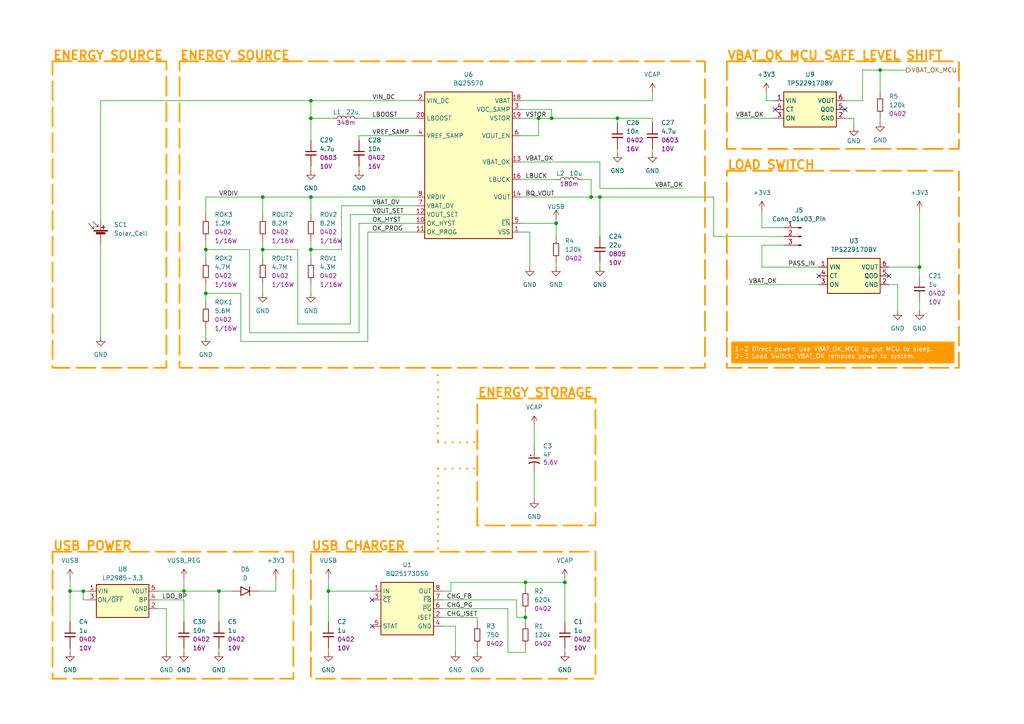
<source format=kicad_sch>
(kicad_sch (version 20250114) (generator "eeschema") (generator_version "9.0")
  (paper "A4")
  (lib_symbols
    (symbol "Device:Solar_Cell" (pin_numbers (hide yes)) (pin_names (offset 0) (hide yes))
      (property "Reference" "SC" (at 2.54 2.54 0))
      (property "Value" "Solar_Cell" (at 2.54 0 0))
      (symbol "Solar_Cell_0_1"
        (polyline (pts (xy -2.032 3.048) (xy -2.032 2.286) (xy -2.794 2.286)))
        (polyline (pts (xy -2.032 2.286) (xy -3.556 3.81)))
        (rectangle (start -2.032 1.778) (end 2.032 1.524) (fill (type outline)))
        (rectangle (start -1.3208 1.1938) (end 1.27 0.6858) (fill (type outline)))
        (polyline (pts (xy -0.762 3.556) (xy -0.762 2.794) (xy -1.524 2.794)))
        (polyline (pts (xy -0.762 2.794) (xy -2.286 4.318)))
        (polyline (pts (xy 0 1.778) (xy 0 2.54)))
        (polyline (pts (xy 0 0.762) (xy 0 0)))
        (polyline (pts (xy 0.254 2.667) (xy 1.27 2.667)) (stroke (width 0.254)))
        (polyline (pts (xy 0.762 3.175) (xy 0.762 2.159)) (stroke (width 0.254)))
      )
      (symbol "Solar_Cell_1_1"
        (pin passive line (at 0 5.08 270) (length 2.54) (name "+") (number "1"))
        (pin passive line (at 0 -2.54 90) (length 2.54) (name "-") (number "2"))
      )
    )
    (symbol "batteryless:BQ25173DSG"
      (property "Reference" "U" (at -6.35 8.89 0))
      (property "Value" "BQ25173DSG" (at 6.35 8.89 0))
      (symbol "BQ25173DSG_1_1"
        (rectangle (start -7.62 7.62) (end 7.62 -7.62) (stroke (width 0.254)) (fill (type background)))
        (pin power_in line (at -10.16 5.08 0) (length 2.54) (name "IN") (number "1"))
        (pin input line (at -10.16 2.54 0) (length 2.54) (name "~{CE}") (number "3"))
        (pin open_collector line (at -10.16 -5.08 0) (length 2.54) (name "STAT") (number "5"))
        (pin power_out line (at 10.16 5.08 180) (length 2.54) (name "OUT") (number "8"))
        (pin input line (at 10.16 2.54 180) (length 2.54) (name "~{FB}") (number "7"))
        (pin open_collector line (at 10.16 0 180) (length 2.54) (name "~{PG}") (number "6"))
        (pin input line (at 10.16 -2.54 180) (length 2.54) (name "ISET") (number "2"))
        (pin power_in line (at 10.16 -5.08 180) (length 2.54) (name "GND") (number "4"))
        (pin passive line (at 10.16 -5.08 180) (length 2.54) (hide yes) (name "GND") (number "9"))
      )
    )
    (symbol "batteryless:BQ25570"
      (property "Reference" "U" (at -12.7 16.51 0))
      (property "Value" "BQ25570" (at 10.16 16.51 0))
      (symbol "BQ25570_0_1"
        (rectangle (start -12.7 15.24) (end 12.7 -27.305) (stroke (width 0.254)) (fill (type background)))
      )
      (symbol "BQ25570_1_1"
        (pin power_in line (at -15.24 12.7 0) (length 2.54) (name "VIN_DC") (number "2"))
        (pin passive line (at -15.24 7.62 0) (length 2.54) (name "LBOOST") (number "20"))
        (pin passive line (at -15.24 2.54 0) (length 2.54) (name "VREF_SAMP") (number "4"))
        (pin output line (at -15.24 -15.24 0) (length 2.54) (name "VRDIV") (number "8"))
        (pin input line (at -15.24 -17.78 0) (length 2.54) (name "VBAT_OV") (number "7"))
        (pin input line (at -15.24 -20.32 0) (length 2.54) (name "VOUT_SET") (number "12"))
        (pin input line (at -15.24 -22.86 0) (length 2.54) (name "OK_HYST") (number "10"))
        (pin input line (at -15.24 -25.4 0) (length 2.54) (name "OK_PROG") (number "11"))
        (pin power_in line (at 15.24 12.7 180) (length 2.54) (name "VBAT") (number "18"))
        (pin input line (at 15.24 10.16 180) (length 2.54) (name "VOC_SAMP") (number "3"))
        (pin power_out line (at 15.24 7.62 180) (length 2.54) (name "VSTOR") (number "19"))
        (pin input line (at 15.24 2.54 180) (length 2.54) (name "VOUT_EN") (number "6"))
        (pin output line (at 15.24 -5.08 180) (length 2.54) (name "VBAT_OK") (number "13"))
        (pin passive line (at 15.24 -10.16 180) (length 2.54) (name "LBUCK") (number "16"))
        (pin input line (at 15.24 -15.24 180) (length 2.54) (name "VOUT") (number "14"))
        (pin input line (at 15.24 -22.86 180) (length 2.54) (name "~{EN}") (number "5"))
        (pin power_in line (at 15.24 -25.4 180) (length 2.54) (name "VSS") (number "1"))
        (pin passive line (at 15.24 -25.4 180) (length 2.54) (hide yes) (name "VSS") (number "15"))
        (pin passive line (at 15.24 -25.4 180) (length 2.54) (hide yes) (name "VSS") (number "17"))
        (pin passive line (at 15.24 -25.4 180) (length 2.54) (hide yes) (name "VSS") (number "21"))
        (pin passive line (at 15.24 -25.4 180) (length 2.54) (hide yes) (name "VSS") (number "9"))
      )
    )
    (symbol "batteryless:C" (pin_numbers (hide yes))
      (property "Reference" "C" (at 2.54 -1.27 0))
      (property "Value" "C" (at 2.54 -3.048 0))
      (property "Package" "PKG" (at 2.54 -4.826 0))
      (property "Voltage Rating" "V" (at 2.54 -6.604 0))
      (symbol "C_0_1"
        (polyline (pts (xy -1.524 -3.302) (xy 1.524 -3.302)) (stroke (width 0.3048)))
        (polyline (pts (xy -1.524 -4.318) (xy 1.524 -4.318)) (stroke (width 0.3302)))
      )
      (symbol "C_1_1"
        (pin passive line (at 0 0 270) (length 3.175) (name "~") (number "1"))
        (pin passive line (at 0 -7.62 90) (length 3.175) (name "~") (number "2"))
      )
    )
    (symbol "batteryless:C_polarised" (pin_numbers (hide yes))
      (property "Reference" "C" (at 2.54 -1.27 0))
      (property "Value" "C" (at 2.54 -3.048 0))
      (property "Package" "PKG" (at 2.54 -4.826 0))
      (property "Voltage Rating" "V" (at 2.54 -6.604 0))
      (symbol "C_polarised_0_1"
        (polyline (pts (xy -1.524 -3.302) (xy 1.524 -3.302)) (stroke (width 0.3048)))
        (polyline (pts (xy -1.27 -2.54) (xy -0.762 -2.54)))
        (polyline (pts (xy -1.016 -2.794) (xy -1.016 -2.286)))
        (arc (start -1.524 -4.826) (mid 0 -4.4374) (end 1.524 -4.826) (stroke (width 0.3048)))
      )
      (symbol "C_polarised_1_1"
        (pin passive line (at 0 0 270) (length 3.175) (name "~") (number "1"))
        (pin passive line (at 0 -7.62 90) (length 3.175) (name "~") (number "2"))
      )
    )
    (symbol "batteryless:Conn_01x03_Pin" (pin_names (offset 1.016) (hide yes))
      (property "Reference" "J" (at 0 5.08 0))
      (property "Value" "Conn_01x03_Pin" (at 0 -5.08 0))
      (symbol "Conn_01x03_Pin_1_1"
        (rectangle (start 0.8636 2.667) (end 0 2.413) (stroke (width 0.1524)) (fill (type outline)))
        (rectangle (start 0.8636 0.127) (end 0 -0.127) (stroke (width 0.1524)) (fill (type outline)))
        (rectangle (start 0.8636 -2.413) (end 0 -2.667) (stroke (width 0.1524)) (fill (type outline)))
        (polyline (pts (xy 1.27 2.54) (xy 0.8636 2.54)) (stroke (width 0.1524)))
        (polyline (pts (xy 1.27 0) (xy 0.8636 0)) (stroke (width 0.1524)))
        (polyline (pts (xy 1.27 -2.54) (xy 0.8636 -2.54)) (stroke (width 0.1524)))
        (pin passive line (at 5.08 2.54 180) (length 3.81) (name "Pin_1") (number "1"))
        (pin passive line (at 5.08 0 180) (length 3.81) (name "Pin_2") (number "2"))
        (pin passive line (at 5.08 -2.54 180) (length 3.81) (name "Pin_3") (number "3"))
      )
    )
    (symbol "batteryless:D" (pin_numbers (hide yes)) (pin_names (offset 1.016) (hide yes))
      (property "Reference" "D" (at 0 2.54 0))
      (property "Value" "D" (at 0 -2.54 0))
      (symbol "D_0_1"
        (polyline (pts (xy -1.27 1.27) (xy -1.27 -1.27)) (stroke (width 0.254)))
        (polyline (pts (xy 1.27 1.27) (xy 1.27 -1.27) (xy -1.27 0) (xy 1.27 1.27)) (stroke (width 0.254)))
      )
      (symbol "D_1_1"
        (pin passive line (at -3.81 0 0) (length 2.54) (name "K") (number "1"))
        (pin passive line (at 3.81 0 180) (length 2.54) (name "A") (number "2"))
      )
    )
    (symbol "batteryless:L" (pin_numbers (hide yes)) (pin_names (offset 1.016) (hide yes))
      (property "Reference" "L" (at -3.81 2.032 0))
      (property "Value" "L" (at 3.556 2.032 0))
      (property "ESR" "mR" (at 0 -1.27 0))
      (symbol "L_0_1"
        (arc (start -2.54 0) (mid -1.905 0.6323) (end -1.27 0))
        (arc (start -1.27 0) (mid -0.635 0.6323) (end 0 0))
        (arc (start 0 0) (mid 0.635 0.6323) (end 1.27 0))
        (arc (start 1.27 0) (mid 1.905 0.6323) (end 2.54 0))
      )
      (symbol "L_1_1"
        (pin passive line (at -3.81 0 0) (length 1.27) (name "1") (number "1"))
        (pin passive line (at 3.81 0 180) (length 1.27) (name "2") (number "2"))
      )
    )
    (symbol "batteryless:LP2985-3.3" (pin_names (offset 0.254))
      (property "Reference" "U" (at -6.35 5.715 0))
      (property "Value" "LP2985-3.3" (at 0 5.715 0))
      (symbol "LP2985-3.3_0_1"
        (rectangle (start -7.62 -5.08) (end 7.62 4.445) (stroke (width 0.254)) (fill (type background)))
      )
      (symbol "LP2985-3.3_1_1"
        (pin power_in line (at -10.16 2.54 0) (length 2.54) (name "VIN") (number "1"))
        (pin input line (at -10.16 0 0) (length 2.54) (name "ON/~{OFF}") (number "3"))
        (pin power_out line (at 10.16 2.54 180) (length 2.54) (name "VOUT") (number "5"))
        (pin input line (at 10.16 0 180) (length 2.54) (name "BP") (number "4"))
        (pin power_in line (at 10.16 -2.54 180) (length 2.54) (name "GND") (number "2"))
      )
    )
    (symbol "batteryless:R" (pin_numbers (hide yes))
      (property "Reference" "R" (at 2.54 -1.27 0))
      (property "Value" "R" (at 2.54 -3.048 0))
      (property "Package" "PKG" (at 2.54 -4.826 0))
      (property "Power" "W" (at 2.54 -6.604 0))
      (symbol "R_0_1"
        (rectangle (start -0.762 -2.032) (end 0.762 -5.588) (stroke (width 0.2032)))
      )
      (symbol "R_1_1"
        (pin passive line (at 0 0 270) (length 1.905) (name "~") (number "1"))
        (pin passive line (at 0 -7.62 90) (length 1.905) (name "~") (number "2"))
      )
    )
    (symbol "batteryless:TPS22917DBV"
      (property "Reference" "U" (at -6.35 6.35 0))
      (property "Value" "TPS22917DBV" (at 2.54 6.35 0))
      (symbol "TPS22917DBV_0_1"
        (rectangle (start -7.62 5.08) (end 7.62 -5.08) (stroke (width 0.254)) (fill (type background)))
      )
      (symbol "TPS22917DBV_1_1"
        (pin power_in line (at -10.16 2.54 0) (length 2.54) (name "VIN") (number "1"))
        (pin output line (at -10.16 0 0) (length 2.54) (name "CT") (number "4"))
        (pin input line (at -10.16 -2.54 0) (length 2.54) (name "ON") (number "3"))
        (pin power_out line (at 10.16 2.54 180) (length 2.54) (name "VOUT") (number "6"))
        (pin open_collector line (at 10.16 0 180) (length 2.54) (name "QOD") (number "5"))
        (pin power_in line (at 10.16 -2.54 180) (length 2.54) (name "GND") (number "2"))
      )
    )
    (symbol "bpower:+3V3" (power) (pin_numbers (hide yes)) (pin_names (offset 0) (hide yes))
      (property "Value" "+3V3" (at 0 3.556 0))
      (symbol "+3V3_0_1"
        (polyline (pts (xy -0.762 1.27) (xy 0 2.54)))
        (polyline (pts (xy 0 2.54) (xy 0.762 1.27)))
        (polyline (pts (xy 0 0) (xy 0 2.54)))
      )
      (symbol "+3V3_1_1"
        (pin power_in line (at 0 0 90) (length 0) (name "~") (number "1"))
      )
    )
    (symbol "bpower:GND" (power) (pin_numbers (hide yes)) (pin_names (offset 0) (hide yes))
      (property "Value" "GND" (at 0 -3.81 0))
      (symbol "GND_0_1"
        (polyline (pts (xy 0 0) (xy 0 -1.27) (xy 1.27 -1.27) (xy 0 -2.54) (xy -1.27 -1.27) (xy 0 -1.27)))
      )
      (symbol "GND_1_1"
        (pin power_in line (at 0 0 270) (length 0) (name "~") (number "1"))
      )
    )
    (symbol "bpower:VCAP" (power) (pin_numbers (hide yes)) (pin_names (offset 0) (hide yes))
      (property "Value" "VCAP" (at 0 3.556 0))
      (symbol "VCAP_0_1"
        (polyline (pts (xy -0.762 1.27) (xy 0 2.54)))
        (polyline (pts (xy 0 2.54) (xy 0.762 1.27)))
        (polyline (pts (xy 0 0) (xy 0 2.54)))
      )
      (symbol "VCAP_1_1"
        (pin power_in line (at 0 0 90) (length 0) (name "~") (number "1"))
      )
    )
    (symbol "bpower:VUSB" (power) (pin_numbers (hide yes)) (pin_names (offset 0) (hide yes))
      (property "Value" "VUSB" (at 0 3.556 0))
      (symbol "VUSB_0_1"
        (polyline (pts (xy -0.762 1.27) (xy 0 2.54)))
        (polyline (pts (xy 0 2.54) (xy 0.762 1.27)))
        (polyline (pts (xy 0 0) (xy 0 2.54)))
      )
      (symbol "VUSB_1_1"
        (pin power_in line (at 0 0 90) (length 0) (name "~") (number "1"))
      )
    )
    (symbol "bpower:VUSB_REG" (power) (pin_numbers (hide yes)) (pin_names (offset 0) (hide yes))
      (property "Value" "VUSB_REG" (at 0 3.556 0))
      (symbol "VUSB_REG_0_1"
        (polyline (pts (xy -0.762 1.27) (xy 0 2.54)))
        (polyline (pts (xy 0 2.54) (xy 0.762 1.27)))
        (polyline (pts (xy 0 0) (xy 0 2.54)))
      )
      (symbol "VUSB_REG_1_1"
        (pin power_in line (at 0 0 90) (length 0) (name "~") (number "1"))
      )
    )
  )
  (rectangle (start 210.82 17.78) (end 278.13 43.18) (stroke (width 0.5) (type dash) (color 255 153 0 1)))
  (rectangle (start 52.07 17.78) (end 204.47 106.68) (stroke (width 0.5) (type dash) (color 255 153 0 1)))
  (rectangle (start 138.43 115.57) (end 172.72 152.4) (stroke (width 0.5) (type dash) (color 255 153 0 1)))
  (rectangle (start 210.82 49.53) (end 278.13 106.68) (stroke (width 0.5) (type dash) (color 255 153 0 1)))
  (rectangle (start 15.24 17.78) (end 48.26 106.68) (stroke (width 0.5) (type dash) (color 255 153 0 1)))
  (rectangle (start 15.24 160.02) (end 85.09 196.85) (stroke (width 0.5) (type dash) (color 255 153 0 1)))
  (rectangle (start 90.17 160.02) (end 172.72 196.85) (stroke (width 0.5) (type dash) (color 255 153 0 1)))
  (text "USB CHARGER" (at 90.17 160.02 0) (effects (font (size 2.54 2.54) (thickness 0.508) (bold yes)) (justify left bottom)))
  (text "LOAD SWITCH" (at 210.82 49.53 0) (effects (font (size 2.54 2.54) (thickness 0.508) (bold yes)) (justify left bottom)))
  (text "ENERGY STORAGE" (at 138.43 115.57 0) (effects (font (size 2.54 2.54) (thickness 0.508) (bold yes)) (justify left bottom)))
  (text "VBAT_OK MCU SAFE LEVEL SHIFT" (at 210.82 17.78 0) (effects (font (size 2.54 2.54) (thickness 0.508) (bold yes)) (justify left bottom)))
  (text "ENERGY SOURCE" (at 15.24 17.78 0) (effects (font (size 2.54 2.54) (thickness 0.508) (bold yes)) (justify left bottom)))
  (text "ENERGY SOURCE" (at 52.07 17.78 0) (effects (font (size 2.54 2.54) (thickness 0.508) (bold yes)) (justify left bottom)))
  (text "USB POWER" (at 15.24 160.02 0) (effects (font (size 2.54 2.54) (thickness 0.508) (bold yes)) (justify left bottom)))
  (text_box "1-2 Direct power: Use VBAT_OK_MCU to put MCU to sleep.\n2-3 Load Switch: VBAT_OK removes power to system." (at 212.09 99.06 0) (size 64.77 6.35) (margins 0.9525 0.9525 0.9525 0.9525) (stroke (width -0.0001)) (fill (type color) (color 255 153 0 1)) (effects (font (size 1.27 1.27)) (justify left)))
  (junction (at 53.34 171.45))
  (junction (at 90.17 34.29))
  (junction (at 59.69 72.39))
  (junction (at 63.5 171.45))
  (junction (at 161.29 64.77))
  (junction (at 152.4 168.91))
  (junction (at 24.13 171.45))
  (junction (at 95.25 171.45))
  (junction (at 20.32 171.45))
  (junction (at 90.17 72.39))
  (junction (at 171.45 57.15))
  (junction (at 76.2 72.39))
  (junction (at 255.27 20.32))
  (junction (at 173.99 57.15))
  (junction (at 76.2 57.15))
  (junction (at 59.69 85.09))
  (junction (at 156.21 34.29))
  (junction (at 266.7 77.47))
  (junction (at 163.83 168.91))
  (junction (at 160.02 34.29))
  (junction (at 152.4 179.07))
  (junction (at 179.07 34.29))
  (junction (at 90.17 57.15))
  (junction (at 90.17 29.21))
  (no_connect (at 107.95 173.99))
  (no_connect (at 224.79 31.75))
  (no_connect (at 257.81 80.01))
  (no_connect (at 107.95 181.61))
  (no_connect (at 237.49 80.01))
  (no_connect (at 245.11 31.75))
  (wire (pts (xy 90.17 69.85) (xy 90.17 72.39)))
  (wire (pts (xy 90.17 48.26) (xy 90.17 49.53)))
  (wire (pts (xy 120.65 62.23) (xy 101.6 62.23)))
  (wire (pts (xy 53.34 173.99) (xy 53.34 180.34)))
  (wire (pts (xy 130.81 171.45) (xy 130.81 168.91)))
  (wire (pts (xy 220.98 71.12) (xy 220.98 77.47)))
  (wire (pts (xy 149.86 173.99) (xy 149.86 179.07)))
  (wire (pts (xy 227.33 66.04) (xy 220.98 66.04)))
  (wire (pts (xy 220.98 77.47) (xy 237.49 77.47)))
  (wire (pts (xy 76.2 69.85) (xy 76.2 72.39)))
  (wire (pts (xy 90.17 82.55) (xy 90.17 85.09)))
  (wire (pts (xy 156.21 34.29) (xy 160.02 34.29)))
  (wire (pts (xy 63.5 187.96) (xy 63.5 189.23)))
  (wire (pts (xy 29.21 63.5) (xy 29.21 29.21)))
  (wire (pts (xy 153.67 67.31) (xy 153.67 77.47)))
  (polyline (pts (xy 127 135.89) (xy 138.43 135.89)) (stroke (width 0.5) (type dot) (color 255 153 0 1)))
  (wire (pts (xy 227.33 68.58) (xy 207.01 68.58)))
  (wire (pts (xy 53.34 187.96) (xy 53.34 189.23)))
  (wire (pts (xy 59.69 57.15) (xy 76.2 57.15)))
  (wire (pts (xy 76.2 57.15) (xy 76.2 62.23)))
  (wire (pts (xy 90.17 29.21) (xy 120.65 29.21)))
  (wire (pts (xy 90.17 57.15) (xy 90.17 62.23)))
  (wire (pts (xy 45.72 176.53) (xy 48.26 176.53)))
  (wire (pts (xy 179.07 34.29) (xy 179.07 35.56)))
  (wire (pts (xy 29.21 97.79) (xy 29.21 71.12)))
  (wire (pts (xy 53.34 167.64) (xy 53.34 171.45)))
  (wire (pts (xy 255.27 20.32) (xy 262.89 20.32)))
  (wire (pts (xy 72.39 96.52) (xy 104.14 96.52)))
  (wire (pts (xy 104.14 39.37) (xy 120.65 39.37)))
  (wire (pts (xy 189.23 34.29) (xy 189.23 35.56)))
  (wire (pts (xy 95.25 187.96) (xy 95.25 189.23)))
  (wire (pts (xy 95.25 171.45) (xy 95.25 180.34)))
  (wire (pts (xy 20.32 167.64) (xy 20.32 171.45)))
  (wire (pts (xy 72.39 72.39) (xy 72.39 96.52)))
  (wire (pts (xy 106.68 99.06) (xy 69.85 99.06)))
  (wire (pts (xy 53.34 171.45) (xy 63.5 171.45)))
  (wire (pts (xy 59.69 85.09) (xy 59.69 87.63)))
  (wire (pts (xy 76.2 72.39) (xy 76.2 74.93)))
  (wire (pts (xy 161.29 76.2) (xy 161.29 77.47)))
  (wire (pts (xy 189.23 43.18) (xy 189.23 44.45)))
  (wire (pts (xy 179.07 43.18) (xy 179.07 44.45)))
  (wire (pts (xy 179.07 34.29) (xy 189.23 34.29)))
  (wire (pts (xy 151.13 29.21) (xy 189.23 29.21)))
  (wire (pts (xy 161.29 64.77) (xy 161.29 68.58)))
  (wire (pts (xy 90.17 34.29) (xy 90.17 29.21)))
  (wire (pts (xy 96.52 34.29) (xy 90.17 34.29)))
  (wire (pts (xy 250.19 29.21) (xy 245.11 29.21)))
  (wire (pts (xy 20.32 187.96) (xy 20.32 189.23)))
  (wire (pts (xy 260.35 82.55) (xy 260.35 90.17)))
  (wire (pts (xy 163.83 187.96) (xy 163.83 189.23)))
  (wire (pts (xy 266.7 77.47) (xy 266.7 80.01)))
  (wire (pts (xy 25.4 173.99) (xy 24.13 173.99)))
  (wire (pts (xy 104.14 64.77) (xy 120.65 64.77)))
  (wire (pts (xy 59.69 72.39) (xy 72.39 72.39)))
  (wire (pts (xy 138.43 179.07) (xy 128.27 179.07)))
  (wire (pts (xy 151.13 46.99) (xy 173.99 46.99)))
  (wire (pts (xy 255.27 34.29) (xy 255.27 35.56)))
  (wire (pts (xy 151.13 39.37) (xy 156.21 39.37)))
  (wire (pts (xy 104.14 34.29) (xy 120.65 34.29)))
  (wire (pts (xy 45.72 171.45) (xy 53.34 171.45)))
  (wire (pts (xy 132.08 181.61) (xy 132.08 189.23)))
  (wire (pts (xy 63.5 171.45) (xy 67.31 171.45)))
  (wire (pts (xy 90.17 57.15) (xy 120.65 57.15)))
  (wire (pts (xy 266.7 60.96) (xy 266.7 77.47)))
  (wire (pts (xy 149.86 179.07) (xy 152.4 179.07)))
  (wire (pts (xy 69.85 99.06) (xy 69.85 85.09)))
  (wire (pts (xy 20.32 171.45) (xy 24.13 171.45)))
  (wire (pts (xy 24.13 173.99) (xy 24.13 171.45)))
  (wire (pts (xy 48.26 176.53) (xy 48.26 189.23)))
  (wire (pts (xy 128.27 176.53) (xy 147.32 176.53)))
  (wire (pts (xy 128.27 173.99) (xy 149.86 173.99)))
  (wire (pts (xy 120.65 59.69) (xy 99.06 59.69)))
  (wire (pts (xy 152.4 189.23) (xy 152.4 187.96)))
  (wire (pts (xy 74.93 171.45) (xy 80.01 171.45)))
  (wire (pts (xy 59.69 57.15) (xy 59.69 62.23)))
  (wire (pts (xy 207.01 68.58) (xy 207.01 57.15)))
  (wire (pts (xy 217.17 82.55) (xy 237.49 82.55)))
  (wire (pts (xy 63.5 171.45) (xy 63.5 180.34)))
  (wire (pts (xy 106.68 67.31) (xy 106.68 99.06)))
  (wire (pts (xy 128.27 181.61) (xy 132.08 181.61)))
  (wire (pts (xy 156.21 39.37) (xy 156.21 34.29)))
  (wire (pts (xy 151.13 57.15) (xy 171.45 57.15)))
  (wire (pts (xy 222.25 26.67) (xy 222.25 29.21)))
  (wire (pts (xy 59.69 72.39) (xy 59.69 74.93)))
  (wire (pts (xy 160.02 31.75) (xy 160.02 34.29)))
  (wire (pts (xy 257.81 82.55) (xy 260.35 82.55)))
  (wire (pts (xy 152.4 179.07) (xy 152.4 180.34)))
  (wire (pts (xy 151.13 52.07) (xy 161.29 52.07)))
  (wire (pts (xy 128.27 171.45) (xy 130.81 171.45)))
  (wire (pts (xy 130.81 168.91) (xy 152.4 168.91)))
  (wire (pts (xy 152.4 177.8) (xy 152.4 179.07)))
  (wire (pts (xy 95.25 171.45) (xy 107.95 171.45)))
  (wire (pts (xy 257.81 77.47) (xy 266.7 77.47)))
  (wire (pts (xy 154.94 137.16) (xy 154.94 144.78)))
  (wire (pts (xy 53.34 173.99) (xy 45.72 173.99)))
  (wire (pts (xy 147.32 176.53) (xy 147.32 189.23)))
  (wire (pts (xy 59.69 82.55) (xy 59.69 85.09)))
  (wire (pts (xy 147.32 189.23) (xy 152.4 189.23)))
  (wire (pts (xy 86.36 93.98) (xy 86.36 72.39)))
  (wire (pts (xy 138.43 187.96) (xy 138.43 189.23)))
  (wire (pts (xy 213.36 34.29) (xy 224.79 34.29)))
  (wire (pts (xy 161.29 63.5) (xy 161.29 64.77)))
  (polyline (pts (xy 127 128.27) (xy 138.43 128.27)) (stroke (width 0.5) (type dot) (color 255 153 0 1)))
  (wire (pts (xy 151.13 67.31) (xy 153.67 67.31)))
  (wire (pts (xy 173.99 57.15) (xy 173.99 68.58)))
  (wire (pts (xy 255.27 20.32) (xy 255.27 26.67)))
  (wire (pts (xy 25.4 171.45) (xy 24.13 171.45)))
  (wire (pts (xy 29.21 29.21) (xy 90.17 29.21)))
  (wire (pts (xy 99.06 72.39) (xy 90.17 72.39)))
  (wire (pts (xy 189.23 26.67) (xy 189.23 29.21)))
  (wire (pts (xy 86.36 72.39) (xy 76.2 72.39)))
  (wire (pts (xy 173.99 46.99) (xy 173.99 54.61)))
  (wire (pts (xy 101.6 93.98) (xy 86.36 93.98)))
  (wire (pts (xy 220.98 71.12) (xy 227.33 71.12)))
  (wire (pts (xy 151.13 34.29) (xy 156.21 34.29)))
  (wire (pts (xy 101.6 62.23) (xy 101.6 93.98)))
  (wire (pts (xy 266.7 87.63) (xy 266.7 90.17)))
  (wire (pts (xy 59.69 95.25) (xy 59.69 97.79)))
  (wire (pts (xy 171.45 57.15) (xy 173.99 57.15)))
  (wire (pts (xy 76.2 82.55) (xy 76.2 85.09)))
  (wire (pts (xy 120.65 67.31) (xy 106.68 67.31)))
  (wire (pts (xy 171.45 52.07) (xy 171.45 57.15)))
  (wire (pts (xy 160.02 34.29) (xy 179.07 34.29)))
  (wire (pts (xy 154.94 123.19) (xy 154.94 129.54)))
  (wire (pts (xy 76.2 57.15) (xy 90.17 57.15)))
  (wire (pts (xy 104.14 96.52) (xy 104.14 64.77)))
  (wire (pts (xy 163.83 168.91) (xy 163.83 180.34)))
  (wire (pts (xy 138.43 180.34) (xy 138.43 179.07)))
  (wire (pts (xy 163.83 167.64) (xy 163.83 168.91)))
  (wire (pts (xy 151.13 31.75) (xy 160.02 31.75)))
  (wire (pts (xy 173.99 76.2) (xy 173.99 77.47)))
  (wire (pts (xy 152.4 170.18) (xy 152.4 168.91)))
  (wire (pts (xy 104.14 40.64) (xy 104.14 39.37)))
  (wire (pts (xy 220.98 60.96) (xy 220.98 66.04)))
  (wire (pts (xy 90.17 72.39) (xy 90.17 74.93)))
  (wire (pts (xy 163.83 168.91) (xy 152.4 168.91)))
  (polyline (pts (xy 127 106.68) (xy 127 128.27)) (stroke (width 0.5) (type dot) (color 255 153 0 1)))
  (wire (pts (xy 69.85 85.09) (xy 59.69 85.09)))
  (wire (pts (xy 20.32 171.45) (xy 20.32 180.34)))
  (wire (pts (xy 90.17 34.29) (xy 90.17 40.64)))
  (wire (pts (xy 247.65 34.29) (xy 247.65 36.83)))
  (wire (pts (xy 171.45 52.07) (xy 168.91 52.07)))
  (polyline (pts (xy 127 135.89) (xy 127 160.02)) (stroke (width 0.5) (type dot) (color 255 153 0 1)))
  (wire (pts (xy 59.69 69.85) (xy 59.69 72.39)))
  (wire (pts (xy 95.25 167.64) (xy 95.25 171.45)))
  (wire (pts (xy 173.99 54.61) (xy 198.12 54.61)))
  (wire (pts (xy 245.11 34.29) (xy 247.65 34.29)))
  (wire (pts (xy 151.13 64.77) (xy 161.29 64.77)))
  (wire (pts (xy 222.25 29.21) (xy 224.79 29.21)))
  (wire (pts (xy 104.14 48.26) (xy 104.14 49.53)))
  (wire (pts (xy 173.99 57.15) (xy 207.01 57.15)))
  (wire (pts (xy 250.19 20.32) (xy 255.27 20.32)))
  (wire (pts (xy 250.19 20.32) (xy 250.19 29.21)))
  (wire (pts (xy 80.01 167.64) (xy 80.01 171.45)))
  (wire (pts (xy 99.06 59.69) (xy 99.06 72.39)))
  (label "LBUCK" (at 152.4 52.07 0))
  (label "VRDIV" (at 63.5 57.15 0))
  (label "VSTOR" (at 152.4 34.29 0))
  (label "VOUT_SET" (at 107.95 62.23 0))
  (label "VBAT_OK" (at 213.36 34.29 0))
  (label "LDO_BP" (at 46.99 173.99 0))
  (label "CHG_FB" (at 129.54 173.99 0))
  (label "VBAT_OK" (at 198.12 54.61 180))
  (label "VIN_DC" (at 107.95 29.21 0))
  (label "LBOOST" (at 107.95 34.29 0))
  (label "VBAT_OK" (at 152.4 46.99 0))
  (label "CHG_PG" (at 129.54 176.53 0))
  (label "VBAT_OK" (at 217.17 82.55 0))
  (label "BQ_VOUT" (at 152.4 57.15 0))
  (label "OK_HYST" (at 107.95 64.77 0))
  (label "PASS_IN" (at 228.6 77.47 0))
  (label "VBAT_OV" (at 107.95 59.69 0))
  (label "CHG_ISET" (at 129.54 179.07 0))
  (label "VREF_SAMP" (at 107.95 39.37 0))
  (label "OK_PROG" (at 107.95 67.31 0))
  (hierarchical_label "VBAT_OK_MCU" (shape output) (at 262.89 20.32 0))
  (symbol (lib_id "batteryless:C") (at 95.25 180.34 0) (unit 1)
    (property "Reference" "C2" (at 97.79 180.3462 0) (effects (justify left)))
    (property "Value" "1u" (at 97.79 182.8862 0) (effects (justify left)))
    (property "Footprint" "batteryless:C_0402_1005Metric" (effects (hide yes)))
    (property "Package" "0402" (at 97.79 185.4262 0) (effects (justify left)))
    (property "Voltage Rating" "10V" (at 97.79 187.9662 0) (effects (justify left)))
    (property "Part Number" "GRM155Z71A105KE01J" (effects (hide yes)))
  )
  (symbol (lib_id "bpower:+3V3") (at 80.01 167.64 0) (unit 1)
    (property "Reference" "#PWR036" (effects (hide yes)))
    (property "Value" "+3V3" (at 80.01 162.56 0))
    (property "Description" "Power symbol creates a global label with name \"+3V3\"" (effects (hide yes)))
  )
  (symbol (lib_id "bpower:GND") (at 154.94 144.78 0) (unit 1)
    (property "Reference" "#PWR039" (effects (hide yes)))
    (property "Value" "GND" (at 154.94 149.86 0))
    (property "Description" "Power symbol creates a global label with name \"GND\" , ground" (effects (hide yes)))
  )
  (symbol (lib_id "batteryless:Conn_01x03_Pin") (at 232.41 68.58 0) (mirror y) (unit 1)
    (property "Reference" "J5" (at 231.775 60.96 0))
    (property "Value" "Conn_01x03_Pin" (at 231.775 63.5 0))
    (property "Footprint" "batteryless:PinHeader_1x03_P2.54mm_Vertical" (effects (hide yes)))
    (property "Description" "Generic connector, single row, 01x03, script generated" (effects (hide yes)))
  )
  (symbol (lib_id "batteryless:L") (at 100.33 34.29 0) (unit 1)
    (property "Reference" "L1" (at 96.52 32.512 0) (effects (justify left)))
    (property "Value" "22u" (at 104.14 32.512 0) (effects (justify right)))
    (property "Footprint" "batteryless:IND_TAIYO_NRS4018_TAY" (effects (hide yes)))
    (property "Description" "Inductor" (effects (hide yes)))
    (property "ESR" "348m" (at 100.33 35.56 0))
    (property "Part Number" "NRS4018T220MDGJ" (effects (hide yes)))
  )
  (symbol (lib_id "bpower:VUSB") (at 20.32 167.64 0) (unit 1)
    (property "Reference" "#PWR09" (effects (hide yes)))
    (property "Value" "VUSB" (at 20.32 162.56 0))
    (property "Description" "Power symbol creates a global label with name \"VUSB\"" (effects (hide yes)))
  )
  (symbol (lib_id "bpower:GND") (at 20.32 189.23 0) (unit 1)
    (property "Reference" "#PWR011" (effects (hide yes)))
    (property "Value" "GND" (at 20.32 194.31 0))
    (property "Description" "Power symbol creates a global label with name \"GND\" , ground" (effects (hide yes)))
  )
  (symbol (lib_id "bpower:GND") (at 138.43 189.23 0) (unit 1)
    (property "Reference" "#PWR02" (effects (hide yes)))
    (property "Value" "GND" (at 138.43 194.31 0))
    (property "Description" "Power symbol creates a global label with name \"GND\" , ground" (effects (hide yes)))
  )
  (symbol (lib_id "batteryless:R") (at 90.17 62.23 0) (unit 1)
    (property "Reference" "ROV2" (at 92.71 62.2299 0) (effects (justify left)))
    (property "Value" "8.2M" (at 92.71 64.7699 0) (effects (justify left)))
    (property "Footprint" "batteryless:R_0402_1005Metric" (effects (hide yes)))
    (property "Package" "0402" (at 92.71 67.3099 0) (effects (justify left)))
    (property "Power" "1/16W" (at 92.71 69.8499 0) (effects (justify left)))
    (property "Part Number" "RC0402FR-078M2L" (effects (hide yes)))
  )
  (symbol (lib_id "batteryless:R") (at 59.69 74.93 0) (unit 1)
    (property "Reference" "ROK2" (at 62.23 74.9299 0) (effects (justify left)))
    (property "Value" "4.7M" (at 62.23 77.4699 0) (effects (justify left)))
    (property "Footprint" "batteryless:R_0402_1005Metric" (effects (hide yes)))
    (property "Package" "0402" (at 62.23 80.0099 0) (effects (justify left)))
    (property "Power" "1/16W" (at 62.23 82.5499 0) (effects (justify left)))
    (property "Part Number" "RC0402FR-074M7L" (effects (hide yes)))
  )
  (symbol (lib_id "bpower:GND") (at 189.23 44.45 0) (unit 1)
    (property "Reference" "#PWR037" (effects (hide yes)))
    (property "Value" "GND" (at 189.23 49.53 0))
    (property "Description" "Power symbol creates a global label with name \"GND\" , ground" (effects (hide yes)))
  )
  (symbol (lib_id "bpower:GND") (at 63.5 189.23 0) (unit 1)
    (property "Reference" "#PWR033" (effects (hide yes)))
    (property "Value" "GND" (at 63.5 194.31 0))
    (property "Description" "Power symbol creates a global label with name \"GND\" , ground" (effects (hide yes)))
  )
  (symbol (lib_id "batteryless:LP2985-3.3") (at 35.56 173.99 0) (unit 1)
    (property "Reference" "U8" (at 35.56 165.1 0))
    (property "Value" "LP2985-3.3" (at 35.56 167.64 0))
    (property "Footprint" "batteryless:SOT-23-5" (effects (hide yes)))
    (property "Datasheet" "http://www.ti.com/lit/ds/symlink/lp2985.pdf" (effects (hide yes)))
    (property "Description" "150mA 16V Low-noise Low-dropout Regulator With Shutdown, 3.3V output voltage, SOT-23-5" (effects (hide yes)))
    (property "Package" "SOT23-5" (effects (hide yes)))
    (property "Part Number" "LP2985-33DBVR" (effects (hide yes)))
  )
  (symbol (lib_id "bpower:GND") (at 161.29 77.47 0) (unit 1)
    (property "Reference" "#PWR020" (effects (hide yes)))
    (property "Value" "GND" (at 161.29 82.55 0))
    (property "Description" "Power symbol creates a global label with name \"GND\" , ground" (effects (hide yes)))
  )
  (symbol (lib_id "batteryless:R") (at 59.69 62.23 0) (unit 1)
    (property "Reference" "ROK3" (at 62.23 62.2299 0) (effects (justify left)))
    (property "Value" "1.2M" (at 62.23 64.7699 0) (effects (justify left)))
    (property "Footprint" "batteryless:R_0402_1005Metric" (effects (hide yes)))
    (property "Package" "0402" (at 62.23 67.3099 0) (effects (justify left)))
    (property "Power" "1/16W" (at 62.23 69.8499 0) (effects (justify left)))
    (property "Part Number" "RC0402FR-071M2L" (effects (hide yes)))
  )
  (symbol (lib_id "batteryless:C") (at 173.99 68.58 0) (unit 1)
    (property "Reference" "C24" (at 176.53 68.5862 0) (effects (justify left)))
    (property "Value" "22u" (at 176.53 71.1262 0) (effects (justify left)))
    (property "Footprint" "batteryless:C_0805_2012Metric" (effects (hide yes)))
    (property "Package" "0805" (at 176.53 73.6662 0) (effects (justify left)))
    (property "Voltage Rating" "10V" (at 176.53 76.2062 0) (effects (justify left)))
    (property "Part Number" "GRM21BZ71A226ME15L" (effects (hide yes)))
  )
  (symbol (lib_id "Device:Solar_Cell") (at 29.21 68.58 0) (unit 1)
    (property "Reference" "SC1" (at 33.02 65.1509 0) (effects (justify left)))
    (property "Value" "Solar_Cell" (at 33.02 67.6909 0) (effects (justify left)))
    (property "Footprint" "batteryless:KXOB25-05X3F_IXY" (effects (hide yes)))
    (property "Description" "Single solar cell" (effects (hide yes)))
    (property "Part Number" "KXOB25-12X1F-TR" (effects (hide yes)))
  )
  (symbol (lib_id "bpower:GND") (at 53.34 189.23 0) (unit 1)
    (property "Reference" "#PWR034" (effects (hide yes)))
    (property "Value" "GND" (at 53.34 194.31 0))
    (property "Description" "Power symbol creates a global label with name \"GND\" , ground" (effects (hide yes)))
  )
  (symbol (lib_id "bpower:VUSB") (at 95.25 167.64 0) (unit 1)
    (property "Reference" "#PWR014" (effects (hide yes)))
    (property "Value" "VUSB" (at 95.25 162.56 0))
    (property "Description" "Power symbol creates a global label with name \"VUSB\"" (effects (hide yes)))
  )
  (symbol (lib_id "bpower:VCAP") (at 154.94 123.19 0) (unit 1)
    (property "Reference" "#PWR019" (effects (hide yes)))
    (property "Value" "VCAP" (at 154.94 118.11 0))
    (property "Description" "Power symbol creates a global label with name \"VCAP\"" (effects (hide yes)))
  )
  (symbol (lib_id "bpower:GND") (at 247.65 36.83 0) (unit 1)
    (property "Reference" "#PWR059" (effects (hide yes)))
    (property "Value" "GND" (at 247.65 40.894 0))
    (property "Description" "Power symbol creates a global label with name \"GND\" , ground" (effects (hide yes)))
  )
  (symbol (lib_id "batteryless:TPS22917DBV") (at 234.95 31.75 0) (unit 1)
    (property "Reference" "U9" (at 234.95 21.59 0))
    (property "Value" "TPS22917DBV" (at 234.95 24.13 0))
    (property "Footprint" "batteryless:SOT-23-6" (effects (hide yes)))
    (property "Datasheet" "http://www.ti.com/lit/ds/symlink/tps22917.pdf" (effects (hide yes)))
    (property "Description" "1V to 5.5V, 2A, 80mΩ Ultra-Low Leakage Load Switch, SOT23-6" (effects (hide yes)))
    (property "Package" "SOT-23-6" (effects (hide yes)))
    (property "Part Number" "TPS22917DBVR" (effects (hide yes)))
  )
  (symbol (lib_id "bpower:GND") (at 90.17 85.09 0) (unit 1)
    (property "Reference" "#PWR053" (effects (hide yes)))
    (property "Value" "GND" (at 90.17 90.17 0))
    (property "Description" "Power symbol creates a global label with name \"GND\" , ground" (effects (hide yes)))
  )
  (symbol (lib_id "bpower:GND") (at 76.2 85.09 0) (unit 1)
    (property "Reference" "#PWR050" (effects (hide yes)))
    (property "Value" "GND" (at 76.2 90.17 0))
    (property "Description" "Power symbol creates a global label with name \"GND\" , ground" (effects (hide yes)))
  )
  (symbol (lib_id "bpower:GND") (at 173.99 77.47 0) (unit 1)
    (property "Reference" "#PWR026" (effects (hide yes)))
    (property "Value" "GND" (at 173.99 82.55 0))
    (property "Description" "Power symbol creates a global label with name \"GND\" , ground" (effects (hide yes)))
  )
  (symbol (lib_id "batteryless:L") (at 165.1 52.07 0) (unit 1)
    (property "Reference" "L2" (at 161.29 50.292 0) (effects (justify left)))
    (property "Value" "10u" (at 168.91 50.292 0) (effects (justify right)))
    (property "Footprint" "batteryless:IND_TAIYO_NRS4018_TAY" (effects (hide yes)))
    (property "Description" "Inductor" (effects (hide yes)))
    (property "ESR" "180m" (at 165.1 53.34 0))
    (property "Part Number" "NRS4018T100MDGJ" (effects (hide yes)))
  )
  (symbol (lib_id "batteryless:C") (at 90.17 40.64 0) (unit 1)
    (property "Reference" "C29" (at 92.71 40.6462 0) (effects (justify left)))
    (property "Value" "4.7u" (at 92.71 43.1862 0) (effects (justify left)))
    (property "Footprint" "batteryless:C_0603_1608Metric" (effects (hide yes)))
    (property "Package" "0603" (at 92.71 45.7262 0) (effects (justify left)))
    (property "Voltage Rating" "10V" (at 92.71 48.2662 0) (effects (justify left)))
    (property "Part Number" "GRM188Z71A475ME15D" (effects (hide yes)))
  )
  (symbol (lib_id "bpower:GND") (at 59.69 97.79 0) (unit 1)
    (property "Reference" "#PWR049" (effects (hide yes)))
    (property "Value" "GND" (at 59.69 102.87 0))
    (property "Description" "Power symbol creates a global label with name \"GND\" , ground" (effects (hide yes)))
  )
  (symbol (lib_id "batteryless:C") (at 53.34 180.34 0) (unit 1)
    (property "Reference" "C30" (at 55.88 180.3462 0) (effects (justify left)))
    (property "Value" "10n" (at 55.88 182.8862 0) (effects (justify left)))
    (property "Footprint" "batteryless:C_0402_1005Metric" (effects (hide yes)))
    (property "Package" "0402" (at 55.88 185.4262 0) (effects (justify left)))
    (property "Voltage Rating" "16V" (at 55.88 187.9662 0) (effects (justify left)))
    (property "Part Number" "GRM155R71C103KA01D" (effects (hide yes)))
  )
  (symbol (lib_id "batteryless:C") (at 266.7 80.01 0) (unit 1)
    (property "Reference" "C21" (at 269.24 80.0162 0) (effects (justify left)))
    (property "Value" "1u" (at 269.24 82.5562 0) (effects (justify left)))
    (property "Footprint" "batteryless:C_0402_1005Metric" (effects (hide yes)))
    (property "Package" "0402" (at 269.24 85.0962 0) (effects (justify left)))
    (property "Voltage Rating" "10V" (at 269.24 87.6362 0) (effects (justify left)))
    (property "Part Number" "GRM155Z71A105KE01J" (effects (hide yes)))
  )
  (symbol (lib_id "bpower:GND") (at 29.21 97.79 0) (unit 1)
    (property "Reference" "#PWR048" (effects (hide yes)))
    (property "Value" "GND" (at 29.21 102.87 0))
    (property "Description" "Power symbol creates a global label with name \"GND\" , ground" (effects (hide yes)))
  )
  (symbol (lib_id "batteryless:TPS22917DBV") (at 247.65 80.01 0) (unit 1)
    (property "Reference" "U3" (at 247.65 69.85 0))
    (property "Value" "TPS22917DBV" (at 247.65 72.39 0))
    (property "Footprint" "batteryless:SOT-23-6" (effects (hide yes)))
    (property "Datasheet" "http://www.ti.com/lit/ds/symlink/tps22917.pdf" (effects (hide yes)))
    (property "Description" "1V to 5.5V, 2A, 80mΩ Ultra-Low Leakage Load Switch, SOT23-6" (effects (hide yes)))
    (property "Package" "SOT-23-6" (effects (hide yes)))
    (property "Part Number" "TPS22917DBVR" (effects (hide yes)))
  )
  (symbol (lib_id "batteryless:R") (at 161.29 68.58 0) (unit 1)
    (property "Reference" "R4" (at 163.83 69.8499 0) (effects (justify left)))
    (property "Value" "120k" (at 163.83 72.3899 0) (effects (justify left)))
    (property "Footprint" "batteryless:R_0402_1005Metric" (effects (hide yes)))
    (property "Package" "0402" (at 163.83 74.9299 0) (effects (justify left)))
    (property "Power" "1/16W" (effects (hide yes)))
    (property "Part Number" "RC0402FR-07120KL" (effects (hide yes)))
  )
  (symbol (lib_id "bpower:GND") (at 48.26 189.23 0) (unit 1)
    (property "Reference" "#PWR035" (effects (hide yes)))
    (property "Value" "GND" (at 48.26 194.31 0))
    (property "Description" "Power symbol creates a global label with name \"GND\" , ground" (effects (hide yes)))
  )
  (symbol (lib_id "bpower:+3V3") (at 266.7 60.96 0) (unit 1)
    (property "Reference" "#PWR047" (effects (hide yes)))
    (property "Value" "+3V3" (at 266.7 55.88 0))
    (property "Description" "Power symbol creates a global label with name \"+3V3\"" (effects (hide yes)))
  )
  (symbol (lib_id "bpower:VCAP") (at 163.83 167.64 0) (unit 1)
    (property "Reference" "#PWR012" (effects (hide yes)))
    (property "Value" "VCAP" (at 163.83 162.56 0))
    (property "Description" "Power symbol creates a global label with name \"VCAP\"" (effects (hide yes)))
  )
  (symbol (lib_id "batteryless:BQ25570") (at 135.89 41.91 0) (unit 1)
    (property "Reference" "U6" (at 135.89 21.59 0))
    (property "Value" "BQ25570" (at 135.89 24.13 0))
    (property "Footprint" "batteryless:QFN-20-1EP_3.5x3.5mm_P0.5mm_EP2x2mm" (effects (hide yes)))
    (property "Datasheet" "http://www.ti.com/lit/ds/symlink/bq25570.pdf" (effects (hide yes)))
    (property "Description" "Nano Power Boost Charger and Buck Converter for Energy Harvester Powered Applications, QFN-20" (effects (hide yes)))
    (property "Package" "QFN-20" (effects (hide yes)))
    (property "Part Number" "BQ25570RGRR" (effects (hide yes)))
  )
  (symbol (lib_id "bpower:GND") (at 132.08 189.23 0) (unit 1)
    (property "Reference" "#PWR01" (effects (hide yes)))
    (property "Value" "GND" (at 132.08 194.31 0))
    (property "Description" "Power symbol creates a global label with name \"GND\" , ground" (effects (hide yes)))
  )
  (symbol (lib_id "bpower:GND") (at 153.67 77.47 0) (unit 1)
    (property "Reference" "#PWR022" (effects (hide yes)))
    (property "Value" "GND" (at 153.67 82.55 0))
    (property "Description" "Power symbol creates a global label with name \"GND\" , ground" (effects (hide yes)))
  )
  (symbol (lib_id "batteryless:R") (at 138.43 180.34 0) (unit 1)
    (property "Reference" "R3" (at 140.97 181.6099 0) (effects (justify left)))
    (property "Value" "750" (at 140.97 184.1499 0) (effects (justify left)))
    (property "Footprint" "batteryless:R_0402_1005Metric" (effects (hide yes)))
    (property "Package" "0402" (at 140.97 186.6899 0) (effects (justify left)))
    (property "Power" "1/16W" (effects (hide yes)))
    (property "Part Number" "RC0402FR-13750RL" (effects (hide yes)))
  )
  (symbol (lib_id "bpower:+3V3") (at 220.98 60.96 0) (unit 1)
    (property "Reference" "#PWR057" (effects (hide yes)))
    (property "Value" "+3V3" (at 220.98 55.88 0))
    (property "Description" "Power symbol creates a global label with name \"+3V3\"" (effects (hide yes)))
  )
  (symbol (lib_id "batteryless:R") (at 76.2 62.23 0) (unit 1)
    (property "Reference" "ROUT2" (at 78.74 62.2299 0) (effects (justify left)))
    (property "Value" "8.2M" (at 78.74 64.7699 0) (effects (justify left)))
    (property "Footprint" "batteryless:R_0402_1005Metric" (effects (hide yes)))
    (property "Package" "0402" (at 78.74 67.3099 0) (effects (justify left)))
    (property "Power" "1/16W" (at 78.74 69.8499 0) (effects (justify left)))
    (property "Part Number" "RC0402FR-078M2L" (effects (hide yes)))
  )
  (symbol (lib_id "batteryless:R") (at 152.4 180.34 0) (unit 1)
    (property "Reference" "R1" (at 154.94 181.6099 0) (effects (justify left)))
    (property "Value" "120k" (at 154.94 184.1499 0) (effects (justify left)))
    (property "Footprint" "batteryless:R_0402_1005Metric" (effects (hide yes)))
    (property "Package" "0402" (at 154.94 186.6899 0) (effects (justify left)))
    (property "Power" "1/16W" (effects (hide yes)))
    (property "Part Number" "RC0402FR-07120KL" (effects (hide yes)))
  )
  (symbol (lib_id "bpower:GND") (at 163.83 189.23 0) (unit 1)
    (property "Reference" "#PWR013" (effects (hide yes)))
    (property "Value" "GND" (at 163.83 194.31 0))
    (property "Description" "Power symbol creates a global label with name \"GND\" , ground" (effects (hide yes)))
  )
  (symbol (lib_id "batteryless:C") (at 179.07 35.56 0) (unit 1)
    (property "Reference" "C26" (at 181.61 35.5662 0) (effects (justify left)))
    (property "Value" "10n" (at 181.61 38.1062 0) (effects (justify left)))
    (property "Footprint" "batteryless:C_0402_1005Metric" (effects (hide yes)))
    (property "Package" "0402" (at 181.61 40.6462 0) (effects (justify left)))
    (property "Voltage Rating" "16V" (at 181.61 43.1862 0) (effects (justify left)))
    (property "Part Number" "GRM155R71C103KA01D" (effects (hide yes)))
  )
  (symbol (lib_id "batteryless:C") (at 104.14 40.64 0) (unit 1)
    (property "Reference" "C28" (at 106.68 40.6462 0) (effects (justify left)))
    (property "Value" "10n" (at 106.68 43.1862 0) (effects (justify left)))
    (property "Footprint" "batteryless:C_0402_1005Metric" (effects (hide yes)))
    (property "Package" "0402" (at 106.68 45.7262 0) (effects (justify left)))
    (property "Voltage Rating" "16V" (at 106.68 48.2662 0) (effects (justify left)))
    (property "Part Number" "GRM155R71C103KA01D" (effects (hide yes)))
  )
  (symbol (lib_id "batteryless:D") (at 71.12 171.45 180) (unit 1)
    (property "Reference" "D6" (at 71.12 165.1 0))
    (property "Value" "D" (at 71.12 167.64 0))
    (property "Footprint" "batteryless:D_SOD-323" (effects (hide yes)))
    (property "Description" "Diode" (effects (hide yes)))
    (property "Sim.Device" "D" (effects (hide yes)))
    (property "Sim.Pins" "1=K 2=A" (effects (hide yes)))
    (property "Package" "SOD-323" (effects (hide yes)))
    (property "Part Number" "RB751V40,115" (effects (hide yes)))
  )
  (symbol (lib_id "batteryless:C") (at 20.32 180.34 0) (unit 1)
    (property "Reference" "C4" (at 22.86 180.3462 0) (effects (justify left)))
    (property "Value" "1u" (at 22.86 182.8862 0) (effects (justify left)))
    (property "Footprint" "batteryless:C_0402_1005Metric" (effects (hide yes)))
    (property "Package" "0402" (at 22.86 185.4262 0) (effects (justify left)))
    (property "Voltage Rating" "10V" (at 22.86 187.9662 0) (effects (justify left)))
    (property "Part Number" "GRM155Z71A105KE01J" (effects (hide yes)))
  )
  (symbol (lib_id "bpower:+3V3") (at 222.25 26.67 0) (unit 1)
    (property "Reference" "#PWR061" (effects (hide yes)))
    (property "Value" "+3V3" (at 222.25 21.59 0))
    (property "Description" "Power symbol creates a global label with name \"+3V3\"" (effects (hide yes)))
  )
  (symbol (lib_id "batteryless:R") (at 90.17 74.93 0) (unit 1)
    (property "Reference" "ROV1" (at 92.71 74.9299 0) (effects (justify left)))
    (property "Value" "4.3M" (at 92.71 77.4699 0) (effects (justify left)))
    (property "Footprint" "batteryless:R_0402_1005Metric" (effects (hide yes)))
    (property "Package" "0402" (at 92.71 80.0099 0) (effects (justify left)))
    (property "Power" "1/16W" (at 92.71 82.5499 0) (effects (justify left)))
    (property "Part Number" "RC0402FR-074M3L" (effects (hide yes)))
  )
  (symbol (lib_id "batteryless:R") (at 59.69 87.63 0) (unit 1)
    (property "Reference" "ROK1" (at 62.23 87.6299 0) (effects (justify left)))
    (property "Value" "5.6M" (at 62.23 90.1699 0) (effects (justify left)))
    (property "Footprint" "batteryless:R_0402_1005Metric" (effects (hide yes)))
    (property "Package" "0402" (at 62.23 92.7099 0) (effects (justify left)))
    (property "Power" "1/16W" (at 62.23 95.2499 0) (effects (justify left)))
    (property "Part Number" "RC0402FR-075M6L" (effects (hide yes)))
  )
  (symbol (lib_id "bpower:GND") (at 266.7 90.17 0) (unit 1)
    (property "Reference" "#PWR058" (effects (hide yes)))
    (property "Value" "GND" (at 266.7 95.25 0))
    (property "Description" "Power symbol creates a global label with name \"GND\" , ground" (effects (hide yes)))
  )
  (symbol (lib_id "bpower:GND") (at 95.25 189.23 0) (unit 1)
    (property "Reference" "#PWR015" (effects (hide yes)))
    (property "Value" "GND" (at 95.25 194.31 0))
    (property "Description" "Power symbol creates a global label with name \"GND\" , ground" (effects (hide yes)))
  )
  (symbol (lib_id "batteryless:BQ25173DSG") (at 118.11 176.53 0) (unit 1)
    (property "Reference" "U1" (at 118.11 163.83 0))
    (property "Value" "BQ25173DSG" (at 118.11 166.37 0))
    (property "Footprint" "batteryless:WSON-8-1EP_2x2mm_P0.5mm_EP0.9x1.6mm" (effects (hide yes)))
    (property "Datasheet" "https://www.ti.com/lit/ds/symlink/bq25173.pdf" (effects (hide yes)))
    (property "Description" "800-mA Linear Charger for 1- to 4-Cell Supercapacitor, input 3 to 18v, WSON-8" (effects (hide yes)))
    (property "Package" "WSON-8" (effects (hide yes)))
    (property "Part Number" "BQ25173DSGR" (effects (hide yes)))
  )
  (symbol (lib_id "batteryless:C") (at 163.83 180.34 0) (unit 1)
    (property "Reference" "C1" (at 166.37 180.3462 0) (effects (justify left)))
    (property "Value" "1u" (at 166.37 182.8862 0) (effects (justify left)))
    (property "Footprint" "batteryless:C_0402_1005Metric" (effects (hide yes)))
    (property "Package" "0402" (at 166.37 185.4262 0) (effects (justify left)))
    (property "Voltage Rating" "10V" (at 166.37 187.9662 0) (effects (justify left)))
    (property "Part Number" "GRM155Z71A105KE01J" (effects (hide yes)))
  )
  (symbol (lib_id "batteryless:R") (at 76.2 74.93 0) (unit 1)
    (property "Reference" "ROUT1" (at 78.74 74.9299 0) (effects (justify left)))
    (property "Value" "4.7M" (at 78.74 77.4699 0) (effects (justify left)))
    (property "Footprint" "batteryless:R_0402_1005Metric" (effects (hide yes)))
    (property "Package" "0402" (at 78.74 80.0099 0) (effects (justify left)))
    (property "Power" "1/16W" (at 78.74 82.5499 0) (effects (justify left)))
    (property "Part Number" "RC0402FR-074M7L" (effects (hide yes)))
  )
  (symbol (lib_id "bpower:GND") (at 255.27 35.56 0) (unit 1)
    (property "Reference" "#PWR017" (effects (hide yes)))
    (property "Value" "GND" (at 255.27 40.64 0))
    (property "Description" "Power symbol creates a global label with name \"GND\" , ground" (effects (hide yes)))
  )
  (symbol (lib_id "bpower:GND") (at 104.14 49.53 0) (unit 1)
    (property "Reference" "#PWR043" (effects (hide yes)))
    (property "Value" "GND" (at 104.14 54.61 0))
    (property "Description" "Power symbol creates a global label with name \"GND\" , ground" (effects (hide yes)))
  )
  (symbol (lib_id "bpower:VUSB") (at 161.29 63.5 0) (unit 1)
    (property "Reference" "#PWR027" (effects (hide yes)))
    (property "Value" "VUSB" (at 161.29 59.944 0))
    (property "Description" "Power symbol creates a global label with name \"VUSB\"" (effects (hide yes)))
  )
  (symbol (lib_id "batteryless:C_polarised") (at 154.94 129.54 0) (unit 1)
    (property "Reference" "C3" (at 157.48 129.3621 0) (effects (justify left)))
    (property "Value" "4F" (at 157.48 131.9021 0) (effects (justify left)))
    (property "Footprint" "batteryless:CAP_MAL219691154E3_VIS" (effects (hide yes)))
    (property "Voltage Rating" "5.6V" (at 157.48 134.112 0) (effects (justify left)))
    (property "Part Number" "MAL219691154E3" (effects (hide yes)))
  )
  (symbol (lib_id "batteryless:C") (at 63.5 180.34 0) (unit 1)
    (property "Reference" "C5" (at 66.04 180.3462 0) (effects (justify left)))
    (property "Value" "1u" (at 66.04 182.8862 0) (effects (justify left)))
    (property "Footprint" "batteryless:C_0402_1005Metric" (effects (hide yes)))
    (property "Package" "0402" (at 66.04 185.4262 0) (effects (justify left)))
    (property "Voltage Rating" "10V" (at 66.04 187.9662 0) (effects (justify left)))
    (property "Part Number" "GRM155Z71A105KE01J" (effects (hide yes)))
  )
  (symbol (lib_id "batteryless:R") (at 255.27 26.67 0) (unit 1)
    (property "Reference" "R5" (at 257.81 27.9399 0) (effects (justify left)))
    (property "Value" "120k" (at 257.81 30.4799 0) (effects (justify left)))
    (property "Footprint" "batteryless:R_0402_1005Metric" (effects (hide yes)))
    (property "Package" "0402" (at 257.81 33.0199 0) (effects (justify left)))
    (property "Power" "1/16W" (effects (hide yes)))
    (property "Part Number" "RC0402FR-07120KL" (effects (hide yes)))
  )
  (symbol (lib_id "bpower:GND") (at 260.35 90.17 0) (unit 1)
    (property "Reference" "#PWR042" (effects (hide yes)))
    (property "Value" "GND" (at 260.35 95.25 0))
    (property "Description" "Power symbol creates a global label with name \"GND\" , ground" (effects (hide yes)))
  )
  (symbol (lib_id "bpower:GND") (at 179.07 44.45 0) (unit 1)
    (property "Reference" "#PWR028" (effects (hide yes)))
    (property "Value" "GND" (at 179.07 49.53 0))
    (property "Description" "Power symbol creates a global label with name \"GND\" , ground" (effects (hide yes)))
  )
  (symbol (lib_id "batteryless:R") (at 152.4 170.18 0) (unit 1)
    (property "Reference" "R2" (at 154.94 171.4499 0) (effects (justify left)))
    (property "Value" "620k" (at 154.94 173.9899 0) (effects (justify left)))
    (property "Footprint" "batteryless:R_0402_1005Metric" (effects (hide yes)))
    (property "Package" "0402" (at 154.94 176.5299 0) (effects (justify left)))
    (property "Power" "1/16W" (effects (hide yes)))
    (property "Part Number" "RC0402FR-07620KL" (effects (hide yes)))
  )
  (symbol (lib_id "bpower:VCAP") (at 189.23 26.67 0) (unit 1)
    (property "Reference" "#PWR018" (effects (hide yes)))
    (property "Value" "VCAP" (at 189.23 21.59 0))
    (property "Description" "Power symbol creates a global label with name \"VCAP\"" (effects (hide yes)))
  )
  (symbol (lib_id "bpower:GND") (at 90.17 49.53 0) (unit 1)
    (property "Reference" "#PWR040" (effects (hide yes)))
    (property "Value" "GND" (at 90.17 54.61 0))
    (property "Description" "Power symbol creates a global label with name \"GND\" , ground" (effects (hide yes)))
  )
  (symbol (lib_id "bpower:VUSB_REG") (at 53.34 167.64 0) (unit 1)
    (property "Reference" "#PWR041" (effects (hide yes)))
    (property "Value" "VUSB_REG" (at 53.34 162.56 0))
    (property "Description" "Power symbol creates a global label with name \"VUSB_REG\"" (effects (hide yes)))
  )
  (symbol (lib_id "batteryless:C") (at 189.23 35.56 0) (unit 1)
    (property "Reference" "C27" (at 191.77 35.5662 0) (effects (justify left)))
    (property "Value" "4.7u" (at 191.77 38.1062 0) (effects (justify left)))
    (property "Footprint" "batteryless:C_0603_1608Metric" (effects (hide yes)))
    (property "Package" "0603" (at 191.77 40.6462 0) (effects (justify left)))
    (property "Voltage Rating" "10V" (at 191.77 43.1862 0) (effects (justify left)))
    (property "Part Number" "GRM188Z71A475ME15D" (effects (hide yes)))
  )
)
</source>
